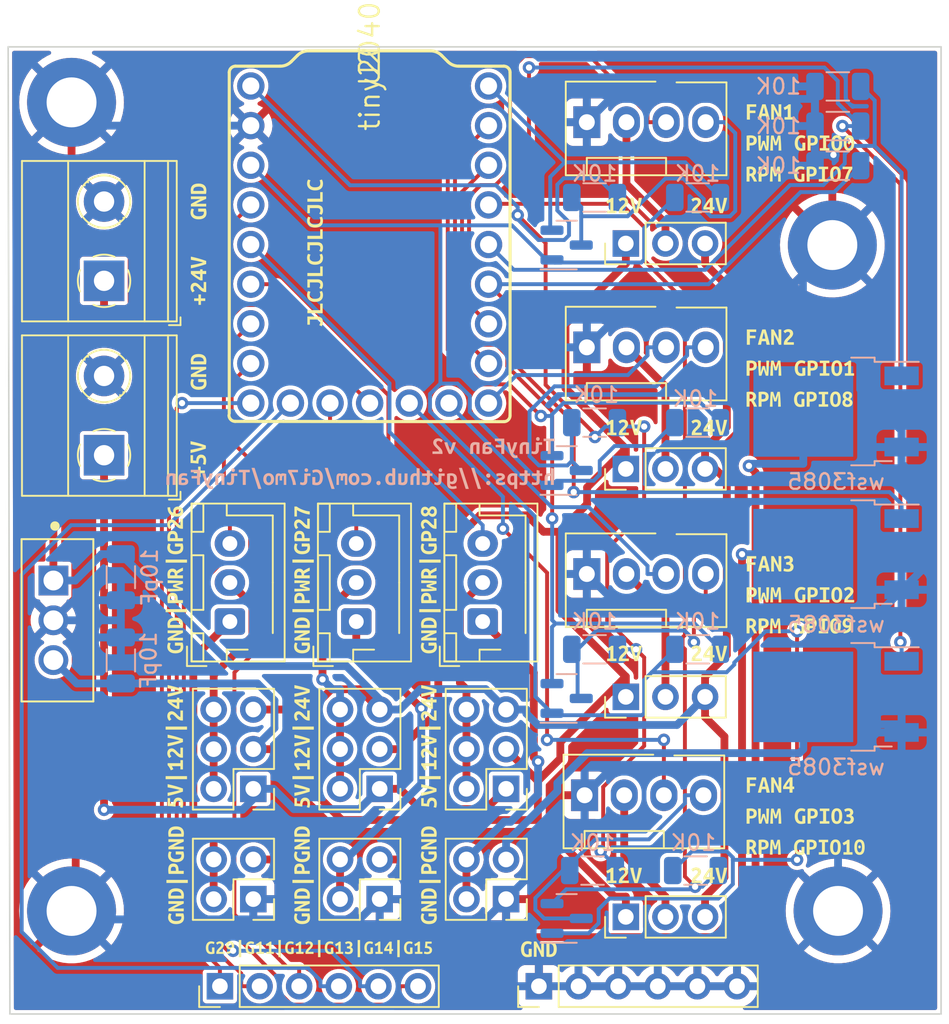
<source format=kicad_pcb>
(kicad_pcb (version 20211014) (generator pcbnew)
  (layers (0 "F.Cu" signal) (31 "B.Cu" signal) (34 "B.Paste" user) (35 "F.Paste" user) (36 "B.SilkS" user "B.Silkscreen") (37 "F.SilkS" user "F.Silkscreen") (38 "B.Mask" user) (39 "F.Mask" user) (44 "Edge.Cuts" user))
  (net 0 "")
  (net 1 "+5V")
  (net 2 "GND")
  (net 3 "+3V3")
  (net 4 "FAN4RPM")
  (net 5 "FAN3RPM")
  (net 6 "FAN2RPM")
  (net 7 "FAN1RPM")
  (net 8 "FAN4PWM")
  (net 9 "FAN3PWM")
  (net 10 "FAN2PWM")
  (net 11 "FAN1PWM")
  (net 12 "+24V")
  (net 13 "+12V")
  (net 14 "FAN1PWR")
  (net 15 "FAN2PWR")
  (net 16 "FAN3PWR")
  (net 17 "FAN4PWR")
  (net 18 "AUX1PWR")
  (net 19 "AUX2PWR")
  (net 20 "AUX3PWR")
  (net 21 "AUX1DATA")
  (net 22 "AUX2DATA")
  (net 23 "AUX3DATA")
  (net 24 "AUX1PWM")
  (net 25 "AUX2PWM")
  (net 26 "AUX3PWM")
  (net 27 "+5VA")
  (net 28 "AUX1GND")
  (net 29 "Net-(FAN1-Pad4)")
  (net 30 "Net-(FAN2-Pad4)")
  (net 31 "Net-(FAN3-Pad4)")
  (net 32 "Net-(FAN4-Pad4)")
  (net 33 "AUX1MPWR")
  (net 34 "AUX2GND")
  (net 35 "AUX3GND")
  (net 36 "AUX2MPWR")
  (net 37 "AUX3MPWR")
  (net 38 "AAUX1")
  (net 39 "AUX4")
  (net 40 "AUX5")
  (net 41 "AUX6")
  (net 42 "AUX7")
  (net 43 "AUX8")
  (footprint "Connector:FanPinHeader_1x04_P2.54mm_Vertical" (layer "F.Cu") (at 50.698 18.801)
    (fp_text reference "FAN1" hide)
    (fp_text value "Conn_01x04" hide)
  )
  (footprint "kibuzzard-62F425B3" (layer "F.Cu") (at 25.807113 34.803 90)
    (fp_text reference "kibuzzard-62F425B31" hide)
    (fp_text value "G***" hide)
  )
  (footprint "Connector:FanPinHeader_1x04_P2.54mm_Vertical" (layer "F.Cu") (at 50.698 33.228)
    (fp_text reference "FAN2" hide)
    (fp_text value "Conn_01x04" hide)
  )
  (footprint "kibuzzard-630F9193" (layer "F.Cu") (at 40.64 48.12665 90)
    (fp_text reference "kibuzzard-630F9193" hide)
    (fp_text value "G***" hide)
  )
  (footprint "kibuzzard-630F922D" (layer "F.Cu") (at 33.528 71.755)
    (fp_text reference "kibuzzard-630F922D" hide)
    (fp_text value "G***" hide)
  )
  (footprint "Connector_PinHeader_2.54mm:PinHeader_2x02_P2.54mm_Vertical" (layer "F.Cu") (at 45.522 68.585 180)
    (fp_text reference "J3" hide)
    (fp_text value "Conn_02x02_Odd_Even" hide)
  )
  (footprint "MountingHole:MountingHole_3.2mm_M3_ISO7380_Pad" (layer "F.Cu") (at 17.668 69.342)
    (fp_text reference "REF2" hide)
    (fp_text value "MountingHole_3.2mm_M3_ISO7380_Pad" hide)
  )
  (footprint "kibuzzard-62F42661" (layer "F.Cu") (at 24.384 58.801 90)
    (fp_text reference "kibuzzard-62F42661" hide)
    (fp_text value "G***" hide)
  )
  (footprint "kibuzzard-62F42888" (layer "F.Cu") (at 58.547 67.056)
    (fp_text reference "kibuzzard-62F4288845" hide)
    (fp_text value "G***" hide)
  )
  (footprint "kibuzzard-62F894CE" (layer "F.Cu") (at 32.512 67.056 90)
    (fp_text reference "kibuzzard-62F894CE" hide)
    (fp_text value "G***" hide)
  )
  (footprint "MountingHole:MountingHole_3.2mm_M3_ISO7380_Pad" (layer "F.Cu") (at 17.668 17.531)
    (fp_text reference "REF1" hide)
    (fp_text value "MountingHole_3.2mm_M3_ISO7380_Pad" hide)
  )
  (footprint "Connector_PinHeader_2.54mm:PinHeader_2x02_P2.54mm_Vertical" (layer "F.Cu") (at 37.4195 68.585 180)
    (fp_text reference "J2" hide)
    (fp_text value "Conn_02x02_Odd_Even" hide)
  )
  (footprint "kibuzzard-62F4AAD2" (layer "F.Cu") (at 33.274 27.178 90)
    (fp_text reference "kibuzzard-62F4AAD2" hide)
    (fp_text value "G***" hide)
  )
  (footprint "MountingHole:MountingHole_3.2mm_M3_ISO7380_Pad" (layer "F.Cu") (at 66.802 69.342)
    (fp_text reference "REF4" hide)
    (fp_text value "MountingHole_3.2mm_M3_ISO7380_Pad" hide)
  )
  (footprint "kibuzzard-62F4287A" (layer "F.Cu") (at 53.086 38.354)
    (fp_text reference "kibuzzard-62F4287AA" hide)
    (fp_text value "G***" hide)
  )
  (footprint "kibuzzard-630F9189" (layer "F.Cu") (at 32.512 48.133 90)
    (fp_text reference "kibuzzard-630F9189" hide)
    (fp_text value "G***" hide)
  )
  (footprint "kibuzzard-62F4287A" (layer "F.Cu") (at 53.086 24.13)
    (fp_text reference "kibuzzard-62F4287A" hide)
    (fp_text value "G***" hide)
  )
  (footprint "kibuzzard-630F90A1" (layer "F.Cu") (at 64.723465 63.269276)
    (fp_text reference "kibuzzard-630F90A1" hide)
    (fp_text value "G***" hide)
  )
  (footprint "kibuzzard-62F42661" (layer "F.Cu") (at 32.512 58.801 90)
    (fp_text reference "kibuzzard-62F426612" hide)
    (fp_text value "G***" hide)
  )
  (footprint "kibuzzard-630F9163" (layer "F.Cu") (at 24.384 48.133 90)
    (fp_text reference "kibuzzard-630F9163" hide)
    (fp_text value "G***" hide)
  )
  (footprint "kibuzzard-63104730" (layer "F.Cu") (at 47.625 71.790877)
    (fp_text reference "kibuzzard-63104730" hide)
    (fp_text value "G***" hide)
  )
  (footprint "Connector_JST:JST_XH_B3B-XH-AM_1x03_P2.50mm_Vertical" (layer "F.Cu") (at 27.817 50.8 90)
    (fp_text reference "AUX1" hide)
    (fp_text value "Conn_01x03" hide)
  )
  (footprint "Connector_PinHeader_2.54mm:PinHeader_1x03_P2.54mm_Vertical" (layer "F.Cu") (at 53.198 55.626 90)
    (fp_text reference "FAN3PWR1" hide)
    (fp_text value "Conn_01x03" hide)
  )
  (footprint "MountingHole:MountingHole_3.2mm_M3_ISO7380_Pad" (layer "F.Cu") (at 66.436 26.675)
    (fp_text reference "REF3" hide)
    (fp_text value "MountingHole_3.2mm_M3_ISO7380_Pad" hide)
  )
  (footprint "Connector:FanPinHeader_1x04_P2.54mm_Vertical" (layer "F.Cu") (at 50.698 47.752)
    (fp_text reference "FAN3" hide)
    (fp_text value "Conn_01x04" hide)
  )
  (footprint "Connector_PinHeader_2.54mm:PinHeader_2x02_P2.54mm_Vertical" (layer "F.Cu") (at 29.317 68.585 180)
    (fp_text reference "J1" hide)
    (fp_text value "Conn_02x02_Odd_Even" hide)
  )
  (footprint "Connector_JST:JST_XH_B3B-XH-AM_1x03_P2.50mm_Vertical" (layer "F.Cu") (at 44.022 50.8 90)
    (fp_text reference "AUX3" hide)
    (fp_text value "Conn_01x03" hide)
  )
  (footprint "kibuzzard-62F894DE" (layer "F.Cu") (at 40.64 67.056 90)
    (fp_text reference "kibuzzard-62F894DE" hide)
    (fp_text value "G***" hide)
  )
  (footprint "L7812CV:TO-220-3" (layer "F.Cu") (at 16.764 50.7195 -90)
    (fp_text reference "U1" hide)
    (fp_text value "L7812")
  )
  (footprint "kibuzzard-62F894BF" (layer "F.Cu") (at 24.434999 67.056 90)
    (fp_text reference "kibuzzard-62F894BF" hide)
    (fp_text value "G***" hide)
  )
  (footprint "Connector_PinHeader_2.54mm:PinHeader_2x03_P2.54mm_Vertical" (layer "F.Cu") (at 37.4195 61.5175 180)
    (fp_text reference "AUX2PWR1" hide)
    (fp_text value "Conn_02x03_Odd_Even" hide)
  )
  (footprint "Connector_PinHeader_2.54mm:PinHeader_2x03_P2.54mm_Vertical" (layer "F.Cu") (at 29.317 61.5175 180)
    (fp_text reference "AUX1PWR1" hide)
    (fp_text value "Conn_02x03_Odd_Even" hide)
  )
  (footprint "kibuzzard-62F4287A" (layer "F.Cu") (at 53.086 67.056)
    (fp_text reference "kibuzzard-62F4287AC" hide)
    (fp_text value "G***" hide)
  )
  (footprint "Connector_JST:JST_XH_B3B-XH-AM_1x03_P2.50mm_Vertical" (layer "F.Cu") (at 35.9195 50.8 90)
    (fp_text reference "AUX2" hide)
    (fp_text value "Conn_01x03" hide)
  )
  (footprint "TerminalBlock_Phoenix:TerminalBlock_Phoenix_MKDS-1,5-2-5.08_1x02_P5.08mm_Horizontal" (layer "F.Cu") (at 19.751 40.142 90)
    (fp_text reference "5VIN1" hide)
    (fp_text value "Conn_01x02" hide)
  )
  (footprint "Connector_PinHeader_2.54mm:PinHeader_1x06_P2.54mm_Vertical" (layer "F.Cu") (at 27.178 74.168 90)
    (fp_text reference "J4" hide)
    (fp_text value "Conn_01x06_Male" hide)
  )
  (footprint "_my_own:rp2040_zero" (layer "F.Cu") (at 27.778 24.1304)
    (fp_text reference "U2")
    (fp_text value "tiny2040")
  )
  (footprint "kibuzzard-62F42888" (layer "F.Cu") (at 58.547 52.832)
    (fp_text reference "kibuzzard-62F428881" hide)
    (fp_text value "G***" hide)
  )
  (footprint "kibuzzard-630F9081" (layer "F.Cu") (at 64.384308 34.556163)
    (fp_text reference "kibuzzard-630F9081" hide)
    (fp_text value "G***" hide)
  )
  (footprint "Connector_PinHeader_2.54mm:PinHeader_2x03_P2.54mm_Vertical" (layer "F.Cu") (at 45.522 61.5175 180)
    (fp_text reference "AUX3PWR1" hide)
    (fp_text value "Conn_02x03_Odd_Even" hide)
  )
  (footprint "Connector_PinHeader_2.54mm:PinHeader_1x03_P2.54mm_Vertical" (layer "F.Cu") (at 53.198 41.021 90)
    (fp_text reference "FAN2PWR1" hide)
    (fp_text value "Conn_01x03" hide)
  )
  (footprint "kibuzzard-630F9093" (layer "F.Cu") (at 64.386654 49.080163)
    (fp_text reference "kibuzzard-630F9093" hide)
    (fp_text value "G***" hide)
  )
  (footprint "kibuzzard-62F425BF" (layer "F.Cu") (at 25.807113 23.881 90)
    (fp_text reference "kibuzzard-62F425BF" hide)
    (fp_text value "G***" hide)
  )
  (footprint "Connector:FanPinHeader_1x04_P2.54mm_Vertical" (layer "F.Cu") (at 50.556 61.93)
    (fp_text reference "FAN4" hide)
    (fp_text value "Conn_01x04" hide)
  )
  (footprint "kibuzzard-62F42661" (layer "F.Cu") (at 40.64 58.801 90)
    (fp_text reference "kibuzzard-62F426613" hide)
    (fp_text value "G***" hide)
  )
  (footprint "kibuzzard-62F42888" (layer "F.Cu") (at 58.547 38.354)
    (fp_text reference "kibuzzard-62F428884" hide)
    (fp_text value "G***" hide)
  )
  (footprint "TerminalBlock_Phoenix:TerminalBlock_Phoenix_MKDS-1,5-2-5.08_1x02_P5.08mm_Horizontal" (layer "F.Cu") (at 19.751 28.966 90)
    (fp_text reference "24VIN1" hide)
    (fp_text value "Conn_01x02" hide)
  )
  (footprint "kibuzzard-62F42591" (layer "F.Cu") (at 25.796794 28.961 90)
    (fp_text reference "kibuzzard-62F42591" hide)
    (fp_text value "G***" hide)
  )
  (footprint "Connector_PinHeader_2.54mm:PinHeader_1x06_P2.54mm_Vertical" (layer "F.Cu") (at 47.625 74.168 90)
    (fp_text reference "J5" hide)
    (fp_text value "Conn_01x06_Male" hide)
  )
  (footprint "Connector_PinHeader_2.54mm:PinHeader_1x03_P2.54mm_Vertical" (layer "F.Cu") (at 53.198 26.575 90)
    (fp_text reference "FAN1PWR1" hide)
    (fp_text value "Conn_01x03" hide)
  )
  (footprint "kibuzzard-630F902C" (layer "F.Cu") (at 64.389 20.140276)
    (fp_text reference "kibuzzard-630F902C" hide)
    (fp_text value "G***" hide)
  )
  (footprint "kibuzzard-62F425A2" (layer "F.Cu") (at 25.796 40.391 90)
    (fp_text reference "kibuzzard-62F425A2" hide)
    (fp_text value "G***" hide)
  )
  (footprint "kibuzzard-62F4287A" (layer "F.Cu") (at 53.086 52.832)
    (fp_text reference "kibuzzard-62F4287AB" hide)
    (fp_text value "G***" hide)
  )
  (footprint "kibuzzard-62F42888" (layer "F.Cu") (at 58.547 24.13)
    (fp_text reference "kibuzzard-62F42888" hide)
    (fp_text value "G***" hide)
  )
  (footprint "Connector_PinHeader_2.54mm:PinHeader_1x03_P2.54mm_Vertical" (layer "F.Cu") (at 53.198 69.723 90)
    (fp_text reference "FAN4PWR1" hide)
    (fp_text value "Conn_01x03" hide)
  )
  (footprint "Resistor_SMD:R_1206_3216Metric" (layer "B.Cu") (at 51.064 66.756 180)
    (fp_text reference "R8" hide)
    (fp_text value "10K")
  )
  (footprint "Resistor_SMD:R_1206_3216Metric" (layer "B.Cu") (at 66.7864 19.05 180)
    (fp_text reference "R17" hide)
    (fp_text value "10K")
  )
  (footprint "Package_TO_SOT_SMD:TO-252-2" (layer "B.Cu") (at 66.675 37.338 180)
    (fp_text reference "Q8" hide)
    (fp_text value "wsf3085")
  )
  (footprint "Package_TO_SOT_SMD:SOT-23" (layer "B.Cu") (at 49.403 55.726)
    (fp_text reference "Q3" hide)
    (fp_text value "BSS138" hide)
  )
  (footprint "Package_TO_SOT_SMD:TO-252-2" (layer "B.Cu") (at 66.675 55.626 180)
    (fp_text reference "Q10" hide)
    (fp_text value "wsf3085")
  )
  (footprint "Package_TO_SOT_SMD:TO-252-2" (layer "B.Cu") (at 66.675 46.482 180)
    (fp_text reference "Q9" hide)
    (fp_text value "wsf3085")
  )
  (footprint "Resistor_SMD:R_1206_3216Metric" (layer "B.Cu") (at 57.668 66.756 180)
    (fp_text reference "R5" hide)
    (fp_text value "10K")
  )
  (footprint "Resistor_SMD:R_1206_3216Metric" (layer "B.Cu") (at 57.8 38.054 180)
    (fp_text reference "R1" hide)
    (fp_text value "10K")
  )
  (footprint "Package_TO_SOT_SMD:SOT-23" (layer "B.Cu") (at 49.403 69.823)
    (fp_text reference "Q4" hide)
    (fp_text value "BSS138" hide)
  )
  (footprint "Resistor_SMD:R_1206_3216Metric" (layer "B.Cu") (at 51.196 52.578 180)
    (fp_text reference "R7" hide)
    (fp_text value "10K")
  )
  (footprint "Package_TO_SOT_SMD:SOT-23" (layer "B.Cu") (at 49.403 26.675)
    (fp_text reference "Q1" hide)
    (fp_text value "BSS138" hide)
  )
  (footprint "Resistor_SMD:R_1206_3216Metric" (layer "B.Cu") (at 57.8 52.578 180)
    (fp_text reference "R4" hide)
    (fp_text value "10K")
  )
  (footprint "Resistor_SMD:R_1206_3216Metric" (layer "B.Cu") (at 66.7864 21.59 180)
    (fp_text reference "R16" hide)
    (fp_text value "10K")
  )
  (footprint "Capacitor_SMD:C_1206_3216Metric" (layer "B.Cu") (at 20.828 47.957 -90)
    (fp_text reference "C1" hide)
    (fp_text value "10pF")
  )
  (footprint "Resistor_SMD:R_1206_3216Metric" (layer "B.Cu") (at 57.8 23.627 180)
    (fp_text reference "R2" hide)
    (fp_text value "10K")
  )
  (footprint "Resistor_SMD:R_1206_3216Metric" (layer "B.Cu") (at 66.7864 16.51 180)
    (fp_text reference "R15" hide)
    (fp_text value "10K")
  )
  (footprint "kibuzzard-631047F8" (layer "B.Cu") (at 36.195 40.64 180)
    (fp_text reference "kibuzzard-631047F8" hide)
    (fp_text value "G***" hide)
  )
  (footprint "Capacitor_SMD:C_1206_3216Metric" (layer "B.Cu") (at 20.828 53.291 90)
    (fp_text reference "C2" hide)
    (fp_text value "10pF")
  )
  (footprint "Resistor_SMD:R_1206_3216Metric" (layer "B.Cu") (at 51.196 38.054 180)
    (fp_text reference "R6" hide)
    (fp_text value "10K")
  )
  (footprint "Resistor_SMD:R_1206_3216Metric" (layer "B.Cu") (at 51.196 23.627 180)
    (fp_text reference "R3" hide)
    (fp_text value "10K")
  )
  (footprint "Package_TO_SOT_SMD:SOT-23" (layer "B.Cu") (at 49.403 41.121)
    (fp_text reference "Q2" hide)
    (fp_text value "BSS138" hide)
  )
  (gr_line (start 13.716 75.946) (end 13.604 13.975) (layer "Edge.Cuts") (width 0.1))
  (gr_line (start 73.406 13.975) (end 13.604 13.975) (layer "Edge.Cuts") (width 0.1))
  (gr_line (start 13.716 75.946) (end 73.406 75.946) (layer "Edge.Cuts") (width 0.1))
  (gr_line (start 73.406 75.946) (end 73.406 13.975) (layer "Edge.Cuts") (width 0.1))
  (segment (start 37.4195 61.5175) (end 38.7198 61.5175) (width 0.5) (layer "F.Cu") (net 1))
  (segment (start 45.522 61.5175) (end 44.2217 62.8178) (width 0.5) (layer "F.Cu") (net 1))
  (segment (start 19.751 40.142) (end 19.751 62.8615) (width 0.5) (layer "F.Cu") (net 1))
  (segment (start 44.2217 62.8178) (end 40.0201 62.8178) (width 0.5) (layer "F.Cu") (net 1))
  (segment (start 40.0201 62.8178) (end 38.7198 61.5175) (width 0.5) (layer "F.Cu") (net 1))
  (via (at 19.751 62.8615) (size 0.8) (drill 0.4) (layers "F.Cu" "B.Cu") (net 1))
  (segment (start 30.6173 61.5175) (end 31.9177 62.8179) (width 0.5) (layer "B.Cu") (net 1))
  (segment (start 36.1191 62.8179) (end 37.4195 61.5175) (width 0.5) (layer "B.Cu") (net 1))
  (segment (start 29.9672 61.5175) (end 28.6232 62.8615) (width 0.5) (layer "B.Cu") (net 1))
  (segment (start 31.9177 62.8179) (end 36.1191 62.8179) (width 0.5) (layer "B.Cu") (net 1))
  (segment (start 29.317 61.5175) (end 29.9672 61.5175) (width 0.5) (layer "B.Cu") (net 1))
  (segment (start 29.9672 61.5175) (end 30.6173 61.5175) (width 0.5) (layer "B.Cu") (net 1))
  (segment (start 28.6232 62.8615) (end 19.751 62.8615) (width 0.5) (layer "B.Cu") (net 1))
  (segment (start 17.9094 49.3141) (end 17.9094 36.9036) (width 0.5) (layer "F.Cu") (net 2))
  (segment (start 19.751 23.886) (end 17.668 21.803) (width 0.5) (layer "F.Cu") (net 2))
  (segment (start 17.668 69.342) (end 17.9329 69.0771) (width 0.5) (layer "F.Cu") (net 2))
  (segment (start 66.436 20.9651) (end 66.5065 20.8946) (width 0.5) (layer "F.Cu") (net 2))
  (segment (start 16.504 50.7195) (end 17.9094 49.3141) (width 0.5) (layer "F.Cu") (net 2))
  (segment (start 66.436 26.675) (end 66.436 20.9651) (width 0.5) (layer "F.Cu") (net 2))
  (segment (start 17.9329 69.0771) (end 17.9329 52.1484) (width 0.5) (layer "F.Cu") (net 2))
  (segment (start 17.668 21.803) (end 17.668 17.531) (width 0.5) (layer "F.Cu") (net 2))
  (segment (start 17.9094 36.9036) (end 19.751 35.062) (width 0.5) (layer "F.Cu") (net 2))
  (segment (start 19.751 35.062) (end 21.5198 33.2932) (width 0.5) (layer "F.Cu") (net 2))
  (segment (start 21.5198 25.6548) (end 19.751 23.886) (width 0.5) (layer "F.Cu") (net 2))
  (segment (start 21.5198 33.2932) (end 21.5198 25.6548) (width 0.5) (layer "F.Cu") (net 2))
  (segment (start 17.9329 52.1484) (end 16.504 50.7195) (width 0.5) (layer "F.Cu") (net 2))
  (via (at 66.5065 20.8946) (size 0.8) (drill 0.4) (layers "F.Cu" "B.Cu") (net 2))
  (segment (start 68.9566 50.0318) (end 52.9778 50.0318) (width 0.5) (layer "B.Cu") (net 2))
  (segment (start 68.2254 35.9181) (end 70.875 38.5677) (width 0.5) (layer "B.Cu") (net 2))
  (segment (start 72.4254 42.2187) (end 70.875 40.6683) (width 0.5) (layer "B.Cu") (net 2))
  (segment (start 50.556 61.93) (end 50.556 63.551) (width 0.5) (layer "B.Cu") (net 2))
  (segment (start 65.3239 17.3108) (end 52.1882 17.3108) (width 0.5) (layer "B.Cu") (net 2))
  (segment (start 64.5501 30.5228) (end 68.2254 34.1981) (width 0.5) (layer "B.Cu") (net 2))
  (segment (start 18.2114 69.8854) (end 29.317 69.8854) (width 0.5) (layer "B.Cu") (net 2))
  (segment (start 52.0705 60.4155) (end 50.556 61.93) (width 0.5) (layer "B.Cu") (net 2))
  (segment (start 50.698 33.228) (end 53.4032 30.5228) (width 0.5) (layer "B.Cu") (net 2))
  (segment (start 40.0201 69.8853) (end 38.7198 68.585) (width 0.5) (layer "B.Cu") (net 2))
  (segment (start 52.9778 50.0318) (end 50.698 47.752) (width 0.5) (layer "B.Cu") (net 2))
  (segment (start 64.5501 30.5228) (end 64.5501 28.5609) (width 0.5) (layer "B.Cu") (net 2))
  (segment (start 65.3239 17.3108) (end 65.3239 19.05) (width 0.5) (layer "B.Cu") (net 2))
  (segment (start 52.1882 17.3108) (end 50.698 18.801) (width 0.5) (layer "B.Cu") (net 2))
  (segment (start 65.3239 21.59) (end 65.3239 20.8946) (width 0.5) (layer "B.Cu") (net 2))
  (segment (start 19.1598 19.0228) (end 29.158 19.0228) (width 0.5) (layer "B.Cu") (net 2))
  (segment (start 66.802 60.4155) (end 52.0705 60.4155) (width 0.5) (layer "B.Cu") (net 2))
  (segment (start 44.2217 69.8853) (end 40.0201 69.8853) (width 0.5) (layer "B.Cu") (net 2))
  (segment (start 29.317 69.8854) (end 29.317 68.585) (width 0.5) (layer "B.Cu") (net 2))
  (segment (start 65.3239 16.51) (end 65.3239 17.3108) (width 0.5) (layer "B.Cu") (net 2))
  (segment (start 65.3239 20.8946) (end 65.3239 19.05) (width 0.5) (layer "B.Cu") (net 2))
  (segment (start 36.1191 69.8854) (end 37.4195 68.585) (width 0.5) (layer "B.Cu") (net 2))
  (segment (start 50.556 63.551) (end 45.522 68.585) (width 0.5) (layer "B.Cu") (net 2))
  (segment (start 66.802 69.342) (end 66.802 60.4155) (width 0.5) (layer "B.Cu") (net 2))
  (segment (start 66.802 60.4155) (end 69.3 57.9175) (width 0.5) (layer "B.Cu") (net 2))
  (segment (start 70.875 39.618) (end 70.875 38.5677) (width 0.5) (layer "B.Cu") (net 2))
  (segment (start 70.875 39.618) (end 70.875 40.6683) (width 0.5) (layer "B.Cu") (net 2))
  (segment (start 66.5065 20.8946) (end 65.3239 20.8946) (width 0.5) (layer "B.Cu") (net 2))
  (segment (start 20.828 50.7195) (end 16.504 50.7195) (width 0.5) (layer "B.Cu") (net 2))
  (segment (start 69.3 50.3752) (end 68.9566 50.0318) (width 0.5) (layer "B.Cu") (net 2))
  (segment (start 37.4195 68.585) (end 38.7198 68.585) (width 0.5) (layer "B.Cu") (net 2))
  (segment (start 20.828 51.816) (end 20.828 50.7195) (width 0.5) (layer "B.Cu") (net 2))
  (segment (start 70.875 57.906) (end 70.875 57.3808) (width 0.5) (layer "B.Cu") (net 2))
  (segment (start 69.3 57.3808) (end 69.3 50.3752) (width 0.5) (layer "B.Cu") (net 2))
  (segment (start 17.668 69.342) (end 18.2114 69.8854) (width 0.5) (layer "B.Cu") (net 2))
  (segment (start 69.3 57.9175) (end 69.3 57.3808) (width 0.5) (layer "B.Cu") (net 2))
  (segment (start 70.875 48.762) (end 70.875 48.8002) (width 0.5) (layer "B.Cu") (net 2))
  (segment (start 64.5501 28.5609) (end 66.436 26.675) (width 0.5) (layer "B.Cu") (net 2))
  (segment (start 45.522 68.585) (end 44.2217 69.8853) (width 0.5) (layer "B.Cu") (net 2))
  (segment (start 20.828 50.7195) (end 20.828 49.432) (width 0.5) (layer "B.Cu") (net 2))
  (segment (start 68.2254 34.1981) (end 68.2254 35.9181) (width 0.5) (layer "B.Cu") (net 2))
  (segment (start 29.317 69.8854) (end 36.1191 69.8854) (width 0.5) (layer "B.Cu") (net 2))
  (segment (start 70.875 48.8002) (end 72.4254 47.2498) (width 0.5) (layer "B.Cu") (net 2))
  (segment (start 69.3 50.3752) (end 70.875 48.8002) (width 0.5) (layer "B.Cu") (net 2))
  (segment (start 69.3 57.3808) (end 70.875 57.3808) (width 0.5) (layer "B.Cu") (net 2))
  (segment (start 53.4032 30.5228) (end 64.5501 30.5228) (width 0.5) (layer "B.Cu") (net 2))
  (segment (start 72.4254 47.2498) (end 72.4254 42.2187) (width 0.5) (layer "B.Cu") (net 2))
  (segment (start 17.668 17.531) (end 19.1598 19.0228) (width 0.5) (layer "B.Cu") (net 2))
  (segment (start 64.1735 51.4223) (end 64.1735 66.0665) (width 0.25) (layer "F.Cu") (net 3))
  (via (at 64.1735 66.0665) (size 0.8) (drill 0.4) (layers "F.Cu" "B.Cu") (net 3))
  (via (at 64.1735 51.4223) (size 0.8) (drill 0.4) (layers "F.Cu" "B.Cu") (net 3))
  (segment (start 48.4655 42.071) (end 47.9036 42.071) (width 0.25) (layer "B.Cu") (net 3))
  (segment (start 51.5243 41.3854) (end 51.1318 41.7779) (width 0.25) (layer "B.Cu") (net 3))
  (segment (start 43.1963 36.3444) (end 42.4036 35.5517) (width 0.25) (layer "B.Cu") (net 3))
  (segment (start 51.4569 70.125) (end 51.4569 69.2286) (width 0.25) (layer "B.Cu") (net 3))
  (segment (start 41.3118 35.5517) (end 40.6436 36.2199) (width 0.25) (layer "B.Cu") (net 3))
  (segment (start 47.3977 44.0879) (end 47.3977 55.6082) (width 0.25) (layer "B.Cu") (net 3))
  (segment (start 59.6738 65.5329) (end 57.4286 65.5329) (width 0.25) (layer "B.Cu") (net 3))
  (segment (start 41.3118 35.5517) (end 41.3118 25.4125) (width 0.25) (layer "B.Cu") (net 3))
  (segment (start 48.1068 27.625) (end 48.4655 27.625) (width 0.25) (layer "B.Cu") (net 3))
  (segment (start 59.6574 54.0481) (end 60.1514 53.5541) (width 0.25) (layer "B.Cu") (net 3))
  (segment (start 60.0575 66.0665) (end 64.1735 66.0665) (width 0.25) (layer "B.Cu") (net 3))
  (segment (start 56.3375 38.054) (end 54.841 39.5505) (width 0.25) (layer "B.Cu") (net 3))
  (segment (start 62.1556 51.4223) (end 64.1735 51.4223) (width 0.25) (layer "B.Cu") (net 3))
  (segment (start 60.0575 65.9166) (end 59.6738 65.5329) (width 0.25) (layer "B.Cu") (net 3))
  (segment (start 54.8674 54.0481) (end 56.3375 52.578) (width 0.25) (layer "B.Cu") (net 3))
  (segment (start 59.1327 68.5476) (end 60.0575 67.6228) (width 0.25) (layer "B.Cu") (net 3))
  (segment (start 51.4569 69.2286) (end 52.1379 68.5476) (width 0.25) (layer "B.Cu") (net 3))
  (segment (start 54.3734 27.6065) (end 54.3734 25.5911) (width 0.25) (layer "B.Cu") (net 3))
  (segment (start 51.1318 41.7779) (end 48.7586 41.7779) (width 0.25) (layer "B.Cu") (net 3))
  (segment (start 48.7586 41.7779) (end 48.4655 42.071) (width 0.25) (layer "B.Cu") (net 3))
  (segment (start 40.6436 36.2199) (end 40.6436 37.3338) (width 0.25) (layer "B.Cu") (net 3))
  (segment (start 54.3734 54.5421) (end 54.8674 54.0481) (width 0.25) (layer "B.Cu") (net 3))
  (segment (start 40.6436 37.3338) (end 47.3977 44.0879) (width 0.25) (layer "B.Cu") (net 3))
  (segment (start 57.4286 65.5329) (end 56.2055 66.756) (width 0.25) (layer "B.Cu") (net 3))
  (segment (start 41.3118 25.4125) (end 45.8943 25.4125) (width 0.25) (layer "B.Cu") (net 3))
  (segment (start 54.1871 27.7928) (end 54.3734 27.6065) (width 0.25) (layer "B.Cu") (net 3))
  (segment (start 60.0575 66.0665) (end 60.0575 65.9166) (width 0.25) (layer "B.Cu") (net 3))
  (segment (start 48.4655 70.773) (end 50.8089 70.773) (width 0.25) (layer "B.Cu") (net 3))
  (segment (start 54.8674 54.0481) (end 59.6574 54.0481) (width 0.25) (layer "B.Cu") (net 3))
  (segment (start 45.8943 25.4125) (end 48.1068 27.625) (width 0.25) (layer "B.Cu") (net 3))
  (segment (start 48.6333 27.7928) (end 54.1871 27.7928) (width 0.25) (layer "B.Cu") (net 3))
  (segment (start 51.5243 40.5037) (end 51.5243 41.3854) (width 0.25) (layer "B.Cu") (net 3))
  (segment (start 54.2406 56.8014) (end 54.3734 56.6686) (width 0.25) (layer "B.Cu") (net 3))
  (segment (start 47.9036 42.071) (end 43.1963 37.3637) (width 0.25) (layer "B.Cu") (net 3))
  (segment (start 54.841 39.5505) (end 52.4775 39.5505) (width 0.25) (layer "B.Cu") (net 3))
  (segment (start 50.8089 70.773) (end 51.4569 70.125) (width 0.25) (layer "B.Cu") (net 3))
  (segment (start 42.4036 35.5517) (end 41.3118 35.5517) (width 0.25) (layer "B.Cu") (net 3))
  (segment (start 54.3734 56.6686) (end 54.3734 54.5421) (width 0.25) (layer "B.Cu") (net 3))
  (segment (start 60.0575 67.6228) (end 60.0575 66.0665) (width 0.25) (layer "B.Cu") (net 3))
  (segment (start 60.1514 53.5541) (end 60.1514 53.4265) (width 0.25) (layer "B.Cu") (net 3))
  (segment (start 48.4655 27.625) (end 48.6333 27.7928) (width 0.25) (layer "B.Cu") (net 3))
  (segment (start 33.0077 25.4125) (end 41.3118 25.4125) (width 0.25) (layer "B.Cu") (net 3))
  (segment (start 48.5909 56.8014) (end 54.2406 56.8014) (width 0.25) (layer "B.Cu") (net 3))
  (segment (start 47.3977 55.6082) (end 48.4655 56.676) (width 0.25) (layer "B.Cu") (net 3))
  (segment (start 60.1514 53.4265) (end 62.1556 51.4223) (width 0.25) (layer "B.Cu") (net 3))
  (segment (start 29.158 21.5628) (end 33.0077 25.4125) (width 0.25) (layer "B.Cu") (net 3))
  (segment (start 52.4775 39.5505) (end 51.5243 40.5037) (width 0.25) (layer "B.Cu") (net 3))
  (segment (start 43.1963 37.3637) (end 43.1963 36.3444) (width 0.25) (layer "B.Cu") (net 3))
  (segment (start 52.1379 68.5476) (end 59.1327 68.5476) (width 0.25) (layer "B.Cu") (net 3))
  (segment (start 54.3734 25.5911) (end 56.3375 23.627) (width 0.25) (layer "B.Cu") (net 3))
  (segment (start 48.4655 56.676) (end 48.5909 56.8014) (width 0.25) (layer "B.Cu") (net 3))
  (segment (start 45.3202 44.8457) (end 48.1497 47.6752) (width 0.25) (layer "F.Cu") (net 4))
  (segment (start 48.1497 47.6752) (end 48.1497 58.38) (width 0.25) (layer "F.Cu") (net 4))
  (segment (start 55.636 61.93) (end 55.636 58.38) (width 0.25) (layer "F.Cu") (net 4))
  (via (at 45.3202 44.8457) (size 0.8) (drill 0.4) (layers "F.Cu" "B.Cu") (net 4))
  (via (at 55.636 58.38) (size 0.8) (drill 0.4) (layers "F.Cu" "B.Cu") (net 4))
  (via (at 48.1497 58.38) (size 0.8) (drill 0.4) (layers "F.Cu" "B.Cu") (net 4))
  (segment (start 45.3202 42.805) (end 45.3202 44.8457) (width 0.25) (layer "B.Cu") (net 4))
  (segment (start 48.1497 58.38) (end 55.636 58.38) (width 0.25) (layer "B.Cu") (net 4))
  (segment (start 39.318 36.8028) (end 45.3202 42.805) (width 0.25) (layer "B.Cu") (net 4))
  (segment (start 55.778 47.752) (end 54.5877 47.752) (width 0.25) (layer "B.Cu") (net 5))
  (segment (start 54.5877 47.752) (end 54.5877 47.2312) (width 0.25) (layer "B.Cu") (net 5))
  (segment (start 50.827 43.4705) (end 48.4462 43.4705) (width 0.25) (layer "B.Cu") (net 5))
  (segment (start 41.858 36.8823) (end 41.858 36.8028) (width 0.25) (layer "B.Cu") (net 5))
  (segment (start 54.5877 47.2312) (end 50.827 43.4705) (width 0.25) (layer "B.Cu") (net 5))
  (segment (start 48.4462 43.4705) (end 41.858 36.8823) (width 0.25) (layer "B.Cu") (net 5))
  (segment (start 54.5877 33.228) (end 54.5877 33.7488) (width 0.25) (layer "B.Cu") (net 6))
  (segment (start 54.5877 33.7488) (end 53.3321 35.0044) (width 0.25) (layer "B.Cu") (net 6))
  (segment (start 53.3321 35.0044) (end 46.1963 35.0044) (width 0.25) (layer "B.Cu") (net 6))
  (segment (start 55.778 33.228) (end 54.5877 33.228) (width 0.25) (layer "B.Cu") (net 6))
  (segment (start 46.1963 35.0044) (end 46.1963 35.0045) (width 0.25) (layer "B.Cu") (net 6))
  (segment (start 46.1963 35.0045) (end 44.398 36.8028) (width 0.25) (layer "B.Cu") (net 6))
  (segment (start 54.5877 18.2802) (end 50.8749 14.5674) (width 0.25) (layer "F.Cu") (net 7))
  (segment (start 42.2472 21.9706) (end 42.2472 32.112) (width 0.25) (layer "F.Cu") (net 7))
  (segment (start 42.2472 32.112) (end 44.398 34.2628) (width 0.25) (layer "F.Cu") (net 7))
  (segment (start 55.778 18.801) (end 54.5877 18.801) (width 0.25) (layer "F.Cu") (net 7))
  (segment (start 44.8848 20.2928) (end 43.925 20.2928) (width 0.25) (layer "F.Cu") (net 7))
  (segment (start 45.7733 15.4787) (end 45.7733 19.4043) (width 0.25) (layer "F.Cu") (net 7))
  (segment (start 45.7733 19.4043) (end 44.8848 20.2928) (width 0.25) (layer "F.Cu") (net 7))
  (segment (start 54.5877 18.801) (end 54.5877 18.2802) (width 0.25) (layer "F.Cu") (net 7))
  (segment (start 50.8749 14.5674) (end 46.6846 14.5674) (width 0.25) (layer "F.Cu") (net 7))
  (segment (start 46.6846 14.5674) (end 45.7733 15.4787) (width 0.25) (layer "F.Cu") (net 7))
  (segment (start 43.925 20.2928) (end 42.2472 21.9706) (width 0.25) (layer "F.Cu") (net 7))
  (segment (start 56.9855 67.1396) (end 56.9855 52.568) (width 0.25) (layer "F.Cu") (net 8))
  (segment (start 56.8346 51.8163) (end 56.9855 51.6654) (width 0.25) (layer "F.Cu") (net 8))
  (segment (start 56.9855 51.6654) (end 56.9855 30.2757) (width 0.25) (layer "F.Cu") (net 8))
  (segment (start 56.9855 52.568) (end 56.8346 52.4171) (width 0.25) (layer "F.Cu") (net 8))
  (segment (start 57.6377 67.7918) (end 56.9855 67.1396) (width 0.25) (layer "F.Cu") (net 8))
  (segment (start 56.9855 30.2757) (end 54.3734 27.6636) (width 0.25) (layer "F.Cu") (net 8))
  (segment (start 54.3734 25.5213) (end 52.8844 24.0323) (width 0.25) (layer "F.Cu") (net 8))
  (segment (start 44.4685 24.0323) (end 44.398 24.1028) (width 0.25) (layer "F.Cu") (net 8))
  (segment (start 56.8346 52.4171) (end 56.8346 51.8163) (width 0.25) (layer "F.Cu") (net 8))
  (segment (start 52.8844 24.0323) (end 44.4685 24.0323) (width 0.25) (layer "F.Cu") (net 8))
  (segment (start 54.3734 27.6636) (end 54.3734 25.5213) (width 0.25) (layer "F.Cu") (net 8))
  (via (at 57.6377 67.7918) (size 0.8) (drill 0.4) (layers "F.Cu" "B.Cu") (net 8))
  (segment (start 59.1305 66.756) (end 58.0947 67.7918) (width 0.25) (layer "B.Cu") (net 8))
  (segment (start 58.0947 67.7918) (end 57.6377 67.7918) (width 0.25) (layer "B.Cu") (net 8))
  (segment (start 57.6377 67.7918) (end 57.4721 67.9574) (width 0.25) (layer "B.Cu") (net 8))
  (segment (start 57.4721 67.9574) (end 49.3811 67.9574) (width 0.25) (layer "B.Cu") (net 8))
  (segment (start 49.3811 67.9574) (end 48.4655 68.873) (width 0.25) (layer "B.Cu") (net 8))
  (segment (start 45.5996 33.7609) (end 45.5996 34.4493) (width 0.25) (layer "F.Cu") (net 9))
  (segment (start 44.398 21.5628) (end 42.6975 23.2633) (width 0.25) (layer "F.Cu") (net 9))
  (segment (start 45.5996 34.4493) (end 48.4765 37.3262) (width 0.25) (layer "F.Cu") (net 9))
  (segment (start 43.973 33.0611) (end 44.8998 33.0611) (width 0.25) (layer "F.Cu") (net 9))
  (segment (start 48.4765 37.3262) (end 48.4765 44.1958) (width 0.25) (layer "F.Cu") (net 9))
  (segment (start 44.8998 33.0611) (end 45.5996 33.7609) (width 0.25) (layer "F.Cu") (net 9))
  (segment (start 42.6975 23.2633) (end 42.6975 31.7856) (width 0.25) (layer "F.Cu") (net 9))
  (segment (start 42.6975 31.7856) (end 43.973 33.0611) (width 0.25) (layer "F.Cu") (net 9))
  (via (at 48.4765 44.1958) (size 0.8) (drill 0.4) (layers "F.Cu" "B.Cu") (net 9))
  (segment (start 48.4765 50.7121) (end 48.4765 44.1958) (width 0.25) (layer "B.Cu") (net 9))
  (segment (start 48.6907 50.9263) (end 57.6108 50.9263) (width 0.25) (layer "B.Cu") (net 9))
  (segment (start 48.4655 51.1515) (end 48.6907 50.9263) (width 0.25) (layer "B.Cu") (net 9))
  (segment (start 48.4655 54.776) (end 48.4655 51.1515) (width 0.25) (layer "B.Cu") (net 9))
  (segment (start 57.6108 50.9263) (end 59.2625 52.578) (width 0.25) (layer "B.Cu") (net 9))
  (segment (start 48.6907 50.9263) (end 48.4765 50.7121) (width 0.25) (layer "B.Cu") (net 9))
  (segment (start 44.0036 35.6011) (end 41.7832 33.3807) (width 0.25) (layer "F.Cu") (net 10))
  (segment (start 41.7832 21.6376) (end 44.398 19.0228) (width 0.25) (layer "F.Cu") (net 10))
  (segment (start 45.7256 35.6011) (end 44.0036 35.6011) (width 0.25) (layer "F.Cu") (net 10))
  (segment (start 47.7512 37.6267) (end 45.7256 35.6011) (width 0.25) (layer "F.Cu") (net 10))
  (segment (start 41.7832 33.3807) (end 41.7832 21.6376) (width 0.25) (layer "F.Cu") (net 10))
  (via (at 47.7512 37.6267) (size 0.8) (drill 0.4) (layers "F.Cu" "B.Cu") (net 10))
  (segment (start 48.4655 37.53) (end 49.2182 36.7773) (width 0.25) (layer "B.Cu") (net 10))
  (segment (start 49.2182 36.7773) (end 57.9858 36.7773) (width 0.25) (layer "B.Cu") (net 10))
  (segment (start 57.9858 36.7773) (end 59.2625 38.054) (width 0.25) (layer "B.Cu") (net 10))
  (segment (start 48.4655 40.171) (end 48.4655 37.6267) (width 0.25) (layer "B.Cu") (net 10))
  (segment (start 48.4655 37.6267) (end 48.4655 37.53) (width 0.25) (layer "B.Cu") (net 10))
  (segment (start 48.4655 37.6267) (end 47.7512 37.6267) (width 0.25) (layer "B.Cu") (net 10))
  (segment (start 57.0068 21.3713) (end 49.2865 21.3713) (width 0.25) (layer "B.Cu") (net 11))
  (segment (start 48.3529 22.3049) (end 48.3529 25.6124) (width 0.25) (layer "B.Cu") (net 11))
  (segment (start 49.2865 21.3713) (end 44.398 16.4828) (width 0.25) (layer "B.Cu") (net 11))
  (segment (start 48.3529 25.6124) (end 48.4655 25.725) (width 0.25) (layer "B.Cu") (net 11))
  (segment (start 49.2865 21.3713) (end 48.3529 22.3049) (width 0.25) (layer "B.Cu") (net 11))
  (segment (start 59.2625 23.627) (end 57.0068 21.3713) (width 0.25) (layer "B.Cu") (net 11))
  (segment (start 59.6708 41.7636) (end 59.6708 52.9329) (width 0.5) (layer "F.Cu") (net 12))
  (segment (start 58.278 27.8753) (end 59.6708 29.2681) (width 0.5) (layer "F.Cu") (net 12))
  (segment (start 58.278 26.575) (end 58.278 27.8753) (width 0.5) (layer "F.Cu") (net 12))
  (segment (start 59.6708 38.3279) (end 58.278 39.7207) (width 0.5) (layer "F.Cu") (net 12))
  (segment (start 29.317 56.4375) (end 30.6173 56.4375) (width 0.5) (layer "F.Cu") (net 12))
  (segment (start 58.278 41.021) (end 58.278 40.3708) (width 0.5) (layer "F.Cu") (net 12))
  (segment (start 59.5185 58.1668) (end 58.278 56.9263) (width 0.5) (layer "F.Cu") (net 12))
  (segment (start 58.278 68.4227) (end 59.5185 67.1822) (width 0.5) (layer "F.Cu") (net 12))
  (segment (start 58.278 69.723) (end 58.278 68.4227) (width 0.5) (layer "F.Cu") (net 12))
  (segment (start 34.3262 55.1371) (end 36.1191 55.1371) (width 0.5) (layer "F.Cu") (net 12))
  (segment (start 59.6708 52.9329) (end 58.278 54.3257) (width 0.5) (layer "F.Cu") (net 12))
  (segment (start 59.5185 67.1822) (end 59.5185 58.1668) (width 0.5) (layer "F.Cu") (net 12))
  (segment (start 58.278 40.3708) (end 59.6708 41.7636) (width 0.5) (layer "F.Cu") (net 12))
  (segment (start 30.6173 56.4375) (end 33.0258 56.4375) (width 0.5) (layer "F.Cu") (net 12))
  (segment (start 33.0258 56.4375) (end 34.3262 55.1371) (width 0.5) (layer "F.Cu") (net 12))
  (segment (start 16.504 33.9633) (end 16.504 48.1695) (width 0.5) (layer "F.Cu") (net 12))
  (segment (start 58.278 55.626) (end 58.278 56.9263) (width 0.5) (layer "F.Cu") (net 12))
  (segment (start 58.278 55.626) (end 58.278 54.3257) (width 0.5) (layer "F.Cu") (net 12))
  (segment (start 59.6708 29.2681) (end 59.6708 38.3279) (width 0.5) (layer "F.Cu") (net 12))
  (segment (start 58.278 40.3708) (end 58.278 39.7207) (width 0.5) (layer "F.Cu") (net 12))
  (segment (start 36.1191 55.1371) (end 37.4195 56.4375) (width 0.5) (layer "F.Cu") (net 12))
  (segment (start 19.751 28.966) (end 19.751 30.7163) (width 0.5) (layer "F.Cu") (net 12))
  (segment (start 19.751 30.7163) (end 16.504 33.9633) (width 0.5) (layer "F.Cu") (net 12))
  (segment (start 44.2123 55.1278) (end 40.0295 55.1278) (width 0.5) (layer "B.Cu") (net 12))
  (segment (start 45.522 56.4375) (end 46.8223 56.4375) (width 0.5) (layer "B.Cu") (net 12))
  (segment (start 56.4771 57.4269) (end 47.5572 57.4269) (width 0.5) (layer "B.Cu") (net 12))
  (segment (start 16.504 48.1695) (end 17.9093 48.1695) (width 0.5) (layer "B.Cu") (net 12))
  (segment (start 20.828 46.482) (end 19.5968 46.482) (width 0.5) (layer "B.Cu") (net 12))
  (segment (start 37.4195 56.4375) (end 38.0697 56.4375) (width 0.5) (layer "B.Cu") (net 12))
  (segment (start 38.0697 56.4375) (end 38.7198 56.4375) (width 0.5) (layer "B.Cu") (net 12))
  (segment (start 19.5968 46.482) (end 17.9093 48.1695) (width 0.5) (layer "B.Cu") (net 12))
  (segment (start 45.522 56.4375) (end 44.2123 55.1278) (width 0.5) (layer "B.Cu") (net 12))
  (segment (start 40.0295 55.1278) (end 38.7198 56.4375) (width 0.5) (layer "B.Cu") (net 12))
  (segment (start 28.001 53.655) (end 20.828 46.482) (width 0.5) (layer "B.Cu") (net 12))
  (segment (start 46.8223 56.692) (end 46.8223 56.4375) (width 0.5) (layer "B.Cu") (net 12))
  (segment (start 38.0697 56.4375) (end 35.2872 53.655) (width 0.5) (layer "B.Cu") (net 12))
  (segment (start 47.5572 57.4269) (end 46.8223 56.692) (width 0.5) (layer "B.Cu") (net 12))
  (segment (start 35.2872 53.655) (end 28.001 53.655) (width 0.5) (layer "B.Cu") (net 12))
  (segment (start 58.278 55.626) (end 56.4771 57.4269) (width 0.5) (layer "B.Cu") (net 12))
  (segment (start 46.8717 43.9954) (end 47.9224 45.0461) (width 0.5) (layer "F.Cu") (net 13))
  (segment (start 30.6173 59.14) (end 34.9955 63.5182) (width 0.5) (layer "F.Cu") (net 13))
  (segment (start 43.8356 43.9954) (end 46.8717 43.9954) (width 0.5) (layer "F.Cu") (net 13))
  (segment (start 53.198 26.575) (end 53.198 27.8753) (width 0.5) (layer "F.Cu") (net 13))
  (segment (start 48.9406 45.0461) (end 48.9406 50.0683) (width 0.5) (layer "F.Cu") (net 13))
  (segment (start 47.5593 61.0148) (end 45.522 58.9775) (width 0.5) (layer "F.Cu") (net 13))
  (segment (start 47.5593 61.0148) (end 49 59.5741) (width 0.5) (layer "F.Cu") (net 13))
  (segment (start 53.198 27.8753) (end 49.3282 31.7451) (width 0.5) (layer "F.Cu") (net 13))
  (segment (start 30.6173 58.9775) (end 30.6173 59.14) (width 0.5) (layer "F.Cu") (net 13))
  (segment (start 53.198 55.626) (end 53.198 54.3257) (width 0.5) (layer "F.Cu") (net 13))
  (segment (start 48.9406 50.0683) (end 53.198 54.3257) (width 0.5) (layer "F.Cu") (net 13))
  (segment (start 47.5593 61.0148) (end 47.5593 63.5182) (width 0.5) (layer "F.Cu") (net 13))
  (segment (start 49 59.5741) (end 49 58.5237) (width 0.5) (layer "F.Cu") (net 13))
  (segment (start 47.5593 63.5182) (end 52.4638 68.4227) (width 0.5) (layer "F.Cu") (net 13))
  (segment (start 41.1757 56.5216) (end 41.1757 46.6553) (width 0.5) (layer "F.Cu") (net 13))
  (segment (start 38.7198 58.9775) (end 41.1757 56.5216) (width 0.5) (layer "F.Cu") (net 13))
  (segment (start 53.198 39.7207) (end 50.7152 42.2035) (width 0.5) (layer "F.Cu") (net 13))
  (segment (start 34.9955 63.5182) (end 47.5593 63.5182) (width 0.5) (layer "F.Cu") (net 13))
  (segment (start 41.1757 46.6553) (end 43.8356 43.9954) (width 0.5) (layer "F.Cu") (net 13))
  (segment (start 49.3282 31.7451) (end 49.3282 35.8509) (width 0.5) (layer "F.Cu") (net 13))
  (segment (start 47.9224 45.0461) (end 48.9406 45.0461) (width 0.5) (layer "F.Cu") (net 13))
  (segment (start 53.198 41.021) (end 53.198 39.7207) (width 0.5) (layer "F.Cu") (net 13))
  (segment (start 50.7152 43.2715) (end 48.9406 45.0461) (width 0.5) (layer "F.Cu") (net 13))
  (segment (start 53.198 69.723) (end 53.198 68.4227) (width 0.5) (layer "F.Cu") (net 13))
  (segment (start 52.4638 68.4227) (end 53.198 68.4227) (width 0.5) (layer "F.Cu") (net 13))
  (segment (start 50.7152 42.2035) (end 50.7152 43.2715) (width 0.5) (layer "F.Cu") (net 13))
  (segment (start 49.3282 35.8509) (end 53.198 39.7207) (width 0.5) (layer "F.Cu") (net 13))
  (segment (start 37.4195 58.9775) (end 38.7198 58.9775) (width 0.5) (layer "F.Cu") (net 13))
  (segment (start 29.317 58.9775) (end 30.6173 58.9775) (width 0.5) (layer "F.Cu") (net 13))
  (segment (start 49 58.5237) (end 53.198 54.3257) (width 0.5) (layer "F.Cu") (net 13))
  (segment (start 18.0005 54.766) (end 16.504 53.2695) (width 0.5) (layer "B.Cu") (net 13))
  (segment (start 30.6746 55.8584) (end 29.5822 54.766) (width 0.5) (layer "B.Cu") (net 13))
  (segment (start 29.5822 54.766) (end 20.828 54.766) (width 0.5) (layer "B.Cu") (net 13))
  (segment (start 29.317 58.9775) (end 30.6746 57.6199) (width 0.5) (layer "B.Cu") (net 13))
  (segment (start 30.6746 57.6199) (end 30.6746 55.8584) (width 0.5) (layer "B.Cu") (net 13))
  (segment (start 20.828 54.766) (end 18.0005 54.766) (width 0.5) (layer "B.Cu") (net 13))
  (segment (start 53.238 22.7747) (end 55.738 25.2747) (width 0.5) (layer "F.Cu") (net 14))
  (segment (start 55.738 26.575) (end 55.738 25.2747) (width 0.5) (layer "F.Cu") (net 14))
  (segment (start 53.238 18.801) (end 53.238 22.7747) (width 0.5) (layer "F.Cu") (net 14))
  (segment (start 55.738 35.728) (end 53.238 33.228) (width 0.5) (layer "F.Cu") (net 15))
  (segment (start 55.738 41.021) (end 55.738 35.728) (width 0.5) (layer "F.Cu") (net 15))
  (segment (start 55.738 55.626) (end 55.738 50.252) (width 0.5) (layer "F.Cu") (net 16))
  (segment (start 55.738 50.252) (end 53.238 47.752) (width 0.5) (layer "F.Cu") (net 16))
  (segment (start 55.738 69.723) (end 55.738 68.4227) (width 0.5) (layer "F.Cu") (net 17))
  (segment (start 55.738 68.4227) (end 53.096 65.7807) (width 0.5) (layer "F.Cu") (net 17))
  (segment (start 53.096 65.7807) (end 53.096 61.93) (width 0.5) (layer "F.Cu") (net 17))
  (segment (start 26.777 54.2175) (end 29.259 51.7355) (width 0.5) (layer "F.Cu") (net 18))
  (segment (start 26.777 56.4375) (end 26.777 54.2175) (width 0.5) (layer "F.Cu") (net 18))
  (segment (start 29.259 51.7355) (end 29.259 49.742) (width 0.5) (layer "F.Cu") (net 18))
  (segment (start 29.259 49.742) (end 27.817 48.3) (width 0.5) (layer "F.Cu") (net 18))
  (segment (start 26.777 61.5175) (end 26.777 58.9775) (width 0.5) (layer "F.Cu") (net 18))
  (segment (start 26.777 58.9775) (end 26.777 56.4375) (width 0.5) (layer "F.Cu") (net 18))
  (segment (start 33.7554 50.4641) (end 35.9195 48.3) (width 0.5) (layer "F.Cu") (net 19))
  (segment (start 34.8795 58.9775) (end 34.8795 61.5175) (width 0.5) (layer "F.Cu") (net 19))
  (segment (start 33.7554 54.5053) (end 33.7554 50.4641) (width 0.5) (layer "F.Cu") (net 19))
  (segment (start 34.8795 56.4375) (end 34.8795 58.9775) (width 0.5) (layer "F.Cu") (net 19))
  (via (at 33.7554 54.5053) (size 0.8) (drill 0.4) (layers "F.Cu" "B.Cu") (net 19))
  (segment (start 34.3873 55.1372) (end 33.7554 54.5053) (width 0.5) (layer "B.Cu") (net 19))
  (segment (start 34.8795 56.4375) (end 34.8795 55.1372) (width 0.5) (layer "B.Cu") (net 19))
  (segment (start 34.8795 55.1372) (end 34.3873 55.1372) (width 0.5) (layer "B.Cu") (net 19))
  (segment (start 42.982 56.4375) (end 42.982 55.1372) (width 0.5) (layer "F.Cu") (net 20))
  (segment (start 42.5623 54.7175) (end 42.5623 49.7597) (width 0.5) (layer "F.Cu") (net 20))
  (segment (start 42.982 55.1372) (end 42.5623 54.7175) (width 0.5) (layer "F.Cu") (net 20))
  (segment (start 42.982 58.9775) (end 42.982 56.4375) (width 0.5) (layer "F.Cu") (net 20))
  (segment (start 42.982 61.5175) (end 42.982 58.9775) (width 0.5) (layer "F.Cu") (net 20))
  (segment (start 42.5623 49.7597) (end 44.022 48.3) (width 0.5) (layer "F.Cu") (net 20))
  (segment (start 27.817 45.8) (end 27.817 44.6247) (width 0.25) (layer "F.Cu") (net 21))
  (segment (start 27.4326 44.2403) (end 27.817 44.6247) (width 0.25) (layer "F.Cu") (net 21))
  (segment (start 27.4326 33.4482) (end 27.4326 44.2403) (width 0.25) (layer "F.Cu") (net 21))
  (segment (start 29.158 31.7228) (end 27.4326 33.4482) (width 0.25) (layer "F.Cu") (net 21))
  (segment (start 35.9195 45.8) (end 35.9195 44.6247) (width 0.25) (layer "F.Cu") (net 22))
  (segment (start 29.158 29.1828) (end 30.8667 29.1828) (width 0.25) (layer "F.Cu") (net 22))
  (segment (start 37.9815 42.5627) (end 35.9195 44.6247) (width 0.25) (layer "F.Cu") (net 22))
  (segment (start 30.8667 29.1828) (end 37.9815 36.2976) (width 0.25) (layer "F.Cu") (net 22))
  (segment (start 37.9815 36.2976) (end 37.9815 42.5627) (width 0.25) (layer "F.Cu") (net 22))
  (segment (start 44.022 45.8) (end 44.022 44.6247) (width 0.25) (layer "B.Cu") (net 23))
  (segment (start 38.048 38.6507) (end 44.022 44.6247) (width 0.25) (layer "B.Cu") (net 23))
  (segment (start 38.048 35.5328) (end 38.048 38.6507) (width 0.25) (layer "B.Cu") (net 23))
  (segment (start 29.158 26.6428) (end 38.048 35.5328) (width 0.25) (layer "B.Cu") (net 23))
  (segment (start 67.7484 20.32) (end 69.1516 20.32) (width 0.25) (layer "B.Cu") (net 24))
  (segment (start 68.2489 16.51) (end 69.1516 17.4127) (width 0.25) (layer "B.Cu") (net 24))
  (segment (start 46.0156 28.2604) (end 58.2953 28.2604) (width 0.25) (layer "B.Cu") (net 24))
  (segment (start 69.1516 17.4127) (end 69.1516 20.32) (width 0.25) (layer "B.Cu") (net 24))
  (segment (start 67.2318 21.4525) (end 67.2318 20.8366) (width 0.25) (layer "B.Cu") (net 24))
  (segment (start 63.7255 22.8302) (end 65.8541 22.8302) (width 0.25) (layer "B.Cu") (net 24))
  (segment (start 70.875 22.0434) (end 69.1516 20.32) (width 0.25) (layer "B.Cu") (net 24))
  (segment (start 67.2318 20.8366) (end 67.7484 20.32) (width 0.25) (layer "B.Cu") (net 24))
  (segment (start 65.8541 22.8302) (end 67.2318 21.4525) (width 0.25) (layer "B.Cu") (net 24))
  (segment (start 58.2953 28.2604) (end 63.7255 22.8302) (width 0.25) (layer "B.Cu") (net 24))
  (segment (start 70.875 35.058) (end 70.875 22.0434) (width 0.25) (layer "B.Cu") (net 24))
  (segment (start 44.398 26.6428) (end 46.0156 28.2604) (width 0.25) (layer "B.Cu") (net 24))
  (segment (start 46.05 34.2628) (end 46.05 30.8348) (width 0.25) (layer "F.Cu") (net 25))
  (segment (start 46.05 30.8348) (end 44.398 29.1828) (width 0.25) (layer "F.Cu") (net 25))
  (segment (start 49.857 38.0698) (end 46.05 34.2628) (width 0.25) (layer "F.Cu") (net 25))
  (segment (start 49.857 42.5032) (end 49.857 38.0698) (width 0.25) (layer "F.Cu") (net 25))
  (via (at 49.857 42.5032) (size 0.8) (drill 0.4) (layers "F.Cu" "B.Cu") (net 25))
  (segment (start 70.875 44.202) (end 70.875 43.2767) (width 0.25) (layer "B.Cu") (net 25))
  (segment (start 64.4005 23.2806) (end 58.4983 29.1828) (width 0.25) (layer "B.Cu") (net 25))
  (segment (start 70.1015 42.5032) (end 49.857 42.5032) (width 0.25) (layer "B.Cu") (net 25))
  (segment (start 70.875 43.2767) (end 70.1015 42.5032) (width 0.25) (layer "B.Cu") (net 25))
  (segment (start 58.4983 29.1828) (end 44.398 29.1828) (width 0.25) (layer "B.Cu") (net 25))
  (segment (start 68.2489 21.59) (end 66.5583 23.2806) (width 0.25) (layer "B.Cu") (net 25))
  (segment (start 66.5583 23.2806) (end 64.4005 23.2806) (width 0.25) (layer "B.Cu") (net 25))
  (segment (start 43.8895 22.8328) (end 44.8432 22.8328) (width 0.25) (layer "F.Cu") (net 26))
  (segment (start 43.1478 30.4726) (end 43.1478 23.5745) (width 0.25) (layer "F.Cu") (net 26))
  (segment (start 46.9909 20.6851) (end 46.9909 15.2996) (width 0.25) (layer "F.Cu") (net 26))
  (segment (start 70.7977 22.7665) (end 70.7977 52.1171) (width 0.25) (layer "F.Cu") (net 26))
  (segment (start 44.398 31.7228) (end 43.1478 30.4726) (width 0.25) (layer "F.Cu") (net 26))
  (segment (start 43.1478 23.5745) (end 43.8895 22.8328) (width 0.25) (layer "F.Cu") (net 26))
  (segment (start 67.0812 19.05) (end 70.7977 22.7665) (width 0.25) (layer "F.Cu") (net 26))
  (segment (start 44.8432 22.8328) (end 46.9909 20.6851) (width 0.25) (layer "F.Cu") (net 26))
  (via (at 46.9909 15.2996) (size 0.8) (drill 0.4) (layers "F.Cu" "B.Cu") (net 26))
  (via (at 67.0812 19.05) (size 0.8) (drill 0.4) (layers "F.Cu" "B.Cu") (net 26))
  (via (at 70.7977 52.1171) (size 0.8) (drill 0.4) (layers "F.Cu" "B.Cu") (net 26))
  (segment (start 68.2489 19.05) (end 67.0812 19.05) (width 0.25) (layer "B.Cu") (net 26))
  (segment (start 65.9272 15.2996) (end 46.9909 15.2996) (width 0.25) (layer "B.Cu") (net 26))
  (segment (start 70.7977 52.3434) (end 70.7977 52.1171) (width 0.25) (layer "B.Cu") (net 26))
  (segment (start 66.7864 17.5875) (end 66.7864 16.1588) (width 0.25) (layer "B.Cu") (net 26))
  (segment (start 70.875 52.4207) (end 70.7977 52.3434) (width 0.25) (layer "B.Cu") (net 26))
  (segment (start 68.2489 19.05) (end 66.7864 17.5875) (width 0.25) (layer "B.Cu") (net 26))
  (segment (start 66.7864 16.1588) (end 65.9272 15.2996) (width 0.25) (layer "B.Cu") (net 26))
  (segment (start 70.875 53.346) (end 70.875 52.4207) (width 0.25) (layer "B.Cu") (net 26))
  (segment (start 51.7464 65.354) (end 51.7464 61.3958) (width 0.25) (layer "F.Cu") (net 27))
  (segment (start 53.8528 52.578) (end 52.0036 50.7288) (width 0.25) (layer "F.Cu") (net 27))
  (segment (start 54.3733 43.7717) (end 54.3733 38.3029) (width 0.25) (layer "F.Cu") (net 27))
  (segment (start 54.3734 53.0986) (end 53.8528 52.578) (width 0.25) (layer "F.Cu") (net 27))
  (segment (start 51.2149 38.7908) (end 48.0559 35.6318) (width 0.25) (layer "F.Cu") (net 27))
  (segment (start 48.0559 35.6318) (end 48.0559 26.5484) (width 0.25) (layer "F.Cu") (net 27))
  (segment (start 51.5863 65.5141) (end 51.7464 65.354) (width 0.25) (layer "F.Cu") (net 27))
  (segment (start 51.7464 61.3958) (end 54.3734 58.7688) (width 0.25) (layer "F.Cu") (net 27))
  (segment (start 54.3734 58.7688) (end 54.3734 53.0986) (width 0.25) (layer "F.Cu") (net 27))
  (segment (start 52.0036 46.1414) (end 54.3733 43.7717) (width 0.25) (layer "F.Cu") (net 27))
  (segment (start 51.2149 38.9752) (end 51.2149 38.7908) (width 0.25) (layer "F.Cu") (net 27))
  (segment (start 52.0036 50.7288) (end 52.0036 46.1414) (width 0.25) (layer "F.Cu") (net 27))
  (segment (start 48.0559 26.5484) (end 46.2651 24.7576) (width 0.25) (layer "F.Cu") (net 27))
  (via (at 51.5863 65.5141) (size 0.8) (drill 0.4) (layers "F.Cu" "B.Cu") (net 27))
  (via (at 46.2651 24.7576) (size 0.8) (drill 0.4) (layers "F.Cu" "B.Cu") (net 27))
  (via (at 53.8528 52.578) (size 0.8) (drill 0.4) (layers "F.Cu" "B.Cu") (net 27))
  (via (at 51.2149 38.9752) (size 0.8) (drill 0.4) (layers "F.Cu" "B.Cu") (net 27))
  (via (at 54.3733 38.3029) (size 0.8) (drill 0.4) (layers "F.Cu" "B.Cu") (net 27))
  (segment (start 52.6585 52.578) (end 53.8528 52.578) (width 0.25) (layer "B.Cu") (net 27))
  (segment (start 46.2651 24.234) (end 44.8741 22.843) (width 0.25) (layer "B.Cu") (net 27))
  (segment (start 35.5182 22.843) (end 29.158 16.4828) (width 0.25) (layer "B.Cu") (net 27))
  (segment (start 52.9074 38.3029) (end 53.1571 38.3029) (width 0.25) (layer "B.Cu") (net 27))
  (segment (start 53.1571 38.3029) (end 54.3733 38.3029) (width 0.25) (layer "B.Cu") (net 27))
  (segment (start 46.2651 25.0198) (end 46.2651 24.7576) (width 0.25) (layer "B.Cu") (net 27))
  (segment (start 52.5265 66.4543) (end 52.5265 66.756) (width 0.25) (layer "B.Cu") (net 27))
  (segment (start 51.5863 65.5141) (end 52.5265 66.4543) (width 0.25) (layer "B.Cu") (net 27))
  (segment (start 47.5963 26.351) (end 46.2651 25.0198) (width 0.25) (layer "B.Cu") (net 27))
  (segment (start 44.8741 22.843) (end 35.5182 22.843) (width 0.25) (layer "B.Cu") (net 27))
  (segment (start 53.1571 38.3029) (end 51.8872 38.3029) (width 0.25) (layer "B.Cu") (net 27))
  (segment (start 49.555 26.048) (end 49.252 26.351) (width 0.25) (layer "B.Cu") (net 27))
  (segment (start 51.427 22.3955) (end 49.2125 22.3955) (width 0.25) (layer "B.Cu") (net 27))
  (segment (start 46.2651 24.7576) (end 46.2651 24.234) (width 0.25) (layer "B.Cu") (net 27))
  (segment (start 49.252 26.351) (end 47.5963 26.351) (width 0.25) (layer "B.Cu") (net 27))
  (segment (start 51.8872 38.3029) (end 51.2149 38.9752) (width 0.25) (layer "B.Cu") (net 27))
  (segment (start 49.555 25.2066) (end 49.555 26.048) (width 0.25) (layer "B.Cu") (net 27))
  (segment (start 52.6585 23.627) (end 51.427 22.3955) (width 0.25) (layer "B.Cu") (net 27))
  (segment (start 49.2125 22.3955) (end 48.8072 22.8008) (width 0.25) (layer "B.Cu") (net 27))
  (segment (start 52.6585 38.054) (end 52.9074 38.3029) (width 0.25) (layer "B.Cu") (net 27))
  (segment (start 48.8072 22.8008) (end 48.8072 24.4588) (width 0.25) (layer "B.Cu") (net 27))
  (segment (start 48.8072 24.4588) (end 49.555 25.2066) (width 0.25) (layer "B.Cu") (net 27))
  (segment (start 26.777 68.585) (end 26.777 66.045) (width 0.5) (layer "F.Cu") (net 28))
  (segment (start 25.4733 63.441) (end 25.4733 53.1437) (width 0.5) (layer "F.Cu") (net 28))
  (segment (start 26.777 64.7447) (end 25.4733 63.441) (width 0.5) (layer "F.Cu") (net 28))
  (segment (start 26.777 66.045) (end 26.777 64.7447) (width 0.5) (layer "F.Cu") (net 28))
  (segment (start 25.4733 53.1437) (end 27.817 50.8) (width 0.5) (layer "F.Cu") (net 28))
  (segment (start 58.6493 24.8343) (end 59.873 24.8343) (width 0.25) (layer "B.Cu") (net 29))
  (segment (start 59.873 24.8343) (end 60.2115 24.4958) (width 0.25) (layer "B.Cu") (net 29))
  (segment (start 50.3405 24.234) (end 49.7335 23.627) (width 0.25) (layer "B.Cu") (net 29))
  (segment (start 60.2115 19.5042) (end 59.5083 18.801) (width 0.25) (layer "B.Cu") (net 29))
  (segment (start 58.1937 23.7306) (end 58.1937 24.3787) (width 0.25) (layer "B.Cu") (net 29))
  (segment (start 50.3405 26.675) (end 50.3405 24.8284) (width 0.25) (layer "B.Cu") (net 29))
  (segment (start 56.8763 22.4132) (end 58.1937 23.7306) (width 0.25) (layer "B.Cu") (net 29))
  (segment (start 58.318 18.801) (end 59.5083 18.801) (width 0.25) (layer "B.Cu") (net 29))
  (segment (start 58.1937 24.3787) (end 58.6493 24.8343) (width 0.25) (layer "B.Cu") (net 29))
  (segment (start 60.2115 24.4958) (end 60.2115 19.5042) (width 0.25) (layer "B.Cu") (net 29))
  (segment (start 50.3405 24.8284) (end 53.3168 24.8284) (width 0.25) (layer "B.Cu") (net 29))
  (segment (start 53.3168 24.8284) (end 55.732 22.4132) (width 0.25) (layer "B.Cu") (net 29))
  (segment (start 50.3405 24.8284) (end 50.3405 24.234) (width 0.25) (layer "B.Cu") (net 29))
  (segment (start 55.732 22.4132) (end 56.8763 22.4132) (width 0.25) (layer "B.Cu") (net 29))
  (segment (start 58.318 33.228) (end 57.1277 33.228) (width 0.25) (layer "B.Cu") (net 30))
  (segment (start 57.1277 33.7488) (end 55.1498 35.7267) (width 0.25) (layer "B.Cu") (net 30))
  (segment (start 47.0259 40.1955) (end 47.6274 40.797) (width 0.25) (layer "B.Cu") (net 30))
  (segment (start 49.7335 38.054) (end 49.7335 40.514) (width 0.25) (layer "B.Cu") (net 30))
  (segment (start 49.7335 40.514) (end 50.3405 41.121) (width 0.25) (layer "B.Cu") (net 30))
  (segment (start 57.1277 33.228) (end 57.1277 33.7488) (width 0.25) (layer "B.Cu") (net 30))
  (segment (start 49.4505 40.797) (end 49.7335 40.514) (width 0.25) (layer "B.Cu") (net 30))
  (segment (start 47.0259 37.3263) (end 47.0259 40.1955) (width 0.25) (layer "B.Cu") (net 30))
  (segment (start 48.6255 35.7267) (end 47.0259 37.3263) (width 0.25) (layer "B.Cu") (net 30))
  (segment (start 55.1498 35.7267) (end 48.6255 35.7267) (width 0.25) (layer "B.Cu") (net 30))
  (segment (start 47.6274 40.797) (end 49.4505 40.797) (width 0.25) (layer "B.Cu") (net 30))
  (segment (start 58.318 49.0923) (end 57.5599 49.8504) (width 0.25) (layer "F.Cu") (net 31))
  (segment (start 57.5599 49.8504) (end 57.5599 52.1167) (width 0.25) (layer "F.Cu") (net 31))
  (segment (start 58.318 47.752) (end 58.318 49.0923) (width 0.25) (layer "F.Cu") (net 31))
  (via (at 57.5599 52.1167) (size 0.8) (drill 0.4) (layers "F.Cu" "B.Cu") (net 31))
  (segment (start 57.5599 51.9761) (end 56.9604 51.3766) (width 0.25) (layer "B.Cu") (net 31))
  (segment (start 56.9604 51.3766) (end 51.3077 51.3766) (width 0.25) (layer "B.Cu") (net 31))
  (segment (start 50.1063 55.4918) (end 50.3405 55.726) (width 0.25) (layer "B.Cu") (net 31))
  (segment (start 51.3077 51.3766) (end 50.1063 52.578) (width 0.25) (layer "B.Cu") (net 31))
  (segment (start 57.5599 52.1167) (end 57.5599 51.9761) (width 0.25) (layer "B.Cu") (net 31))
  (segment (start 50.1063 52.578) (end 50.1063 55.4918) (width 0.25) (layer "B.Cu") (net 31))
  (segment (start 50.1063 52.578) (end 49.7335 52.578) (width 0.25) (layer "B.Cu") (net 31))
  (segment (start 49.6015 66.3851) (end 49.6015 66.756) (width 0.25) (layer "B.Cu") (net 32))
  (segment (start 47.3982 69.2626) (end 47.3982 68.5141) (width 0.25) (layer "B.Cu") (net 32))
  (segment (start 47.3982 68.5141) (end 49.1563 66.756) (width 0.25) (layer "B.Cu") (net 32))
  (segment (start 49.1563 66.756) (end 49.6015 66.756) (width 0.25) (layer "B.Cu") (net 32))
  (segment (start 54.678 64.7585) (end 51.2281 64.7585) (width 0.25) (layer "B.Cu") (net 32))
  (segment (start 58.176 61.93) (end 56.9857 61.93) (width 0.25) (layer "B.Cu") (net 32))
  (segment (start 47.9586 69.823) (end 47.3982 69.2626) (width 0.25) (layer "B.Cu") (net 32))
  (segment (start 50.3405 69.823) (end 47.9586 69.823) (width 0.25) (layer "B.Cu") (net 32))
  (segment (start 56.9857 61.93) (end 56.9857 62.4508) (width 0.25) (layer "B.Cu") (net 32))
  (segment (start 51.2281 64.7585) (end 49.6015 66.3851) (width 0.25) (layer "B.Cu") (net 32))
  (segment (start 56.9857 62.4508) (end 54.678 64.7585) (width 0.25) (layer "B.Cu") (net 32))
  (segment (start 61.5132 69.3501) (end 61.5132 41.2488) (width 0.5) (layer "F.Cu") (net 33))
  (segment (start 29.317 66.045) (end 30.6173 66.045) (width 0.5) (layer "F.Cu") (net 33))
  (segment (start 59.1272 71.7361) (end 61.5132 69.3501) (width 0.5) (layer "F.Cu") (net 33))
  (segment (start 61.5132 41.2488) (end 61.0887 40.8243) (width 0.5) (layer "F.Cu") (net 33))
  (segment (start 30.6173 66.045) (end 30.6173 66.2075) (width 0.5) (layer "F.Cu") (net 33))
  (segment (start 36.1459 71.7361) (end 59.1272 71.7361) (width 0.5) (layer "F.Cu") (net 33))
  (segment (start 30.6173 66.2075) (end 36.1459 71.7361) (width 0.5) (layer "F.Cu") (net 33))
  (via (at 61.0887 40.8243) (size 0.8) (drill 0.4) (layers "F.Cu" "B.Cu") (net 33))
  (segment (start 64.575 37.338) (end 64.575 40.6883) (width 0.5) (layer "B.Cu") (net 33))
  (segment (start 64.575 40.6883) (end 61.2247 40.6883) (width 0.5) (layer "B.Cu") (net 33))
  (segment (start 61.2247 40.6883) (end 61.0887 40.8243) (width 0.5) (layer "B.Cu") (net 33))
  (segment (start 34.8795 66.045) (end 34.8795 68.585) (width 0.5) (layer "F.Cu") (net 34))
  (segment (start 35.9195 52.1917) (end 40.0855 56.3577) (width 0.5) (layer "F.Cu") (net 34))
  (segment (start 35.9195 50.8) (end 35.9195 52.1917) (width 0.5) (layer "F.Cu") (net 34))
  (via (at 40.0855 56.3577) (size 0.8) (drill 0.4) (layers "F.Cu" "B.Cu") (net 34))
  (segment (start 35.2425 66.045) (end 40.0855 61.202) (width 0.5) (layer "B.Cu") (net 34))
  (segment (start 34.8795 66.045) (end 35.2425 66.045) (width 0.5) (layer "B.Cu") (net 34))
  (segment (start 40.0855 61.202) (end 40.0855 56.3577) (width 0.5) (layer "B.Cu") (net 34))
  (segment (start 47.2994 54.0774) (end 47.2994 59.5008) (width 0.5) (layer "F.Cu") (net 35))
  (segment (start 44.022 50.8) (end 47.2994 54.0774) (width 0.5) (layer "F.Cu") (net 35))
  (segment (start 47.2994 59.5008) (end 47.5736 59.775) (width 0.5) (layer "F.Cu") (net 35))
  (segment (start 42.982 66.045) (end 42.982 68.585) (width 0.5) (layer "F.Cu") (net 35))
  (via (at 47.5736 59.775) (size 0.8) (drill 0.4) (layers "F.Cu" "B.Cu") (net 35))
  (segment (start 45.3959 63.6311) (end 45.8185 63.6311) (width 0.5) (layer "B.Cu") (net 35))
  (segment (start 45.8185 63.6311) (end 47.5736 61.876) (width 0.5) (layer "B.Cu") (net 35))
  (segment (start 42.982 66.045) (end 45.3959 63.6311) (width 0.5) (layer "B.Cu") (net 35))
  (segment (start 47.5736 61.876) (end 47.5736 59.775) (width 0.5) (layer "B.Cu") (net 35))
  (segment (start 60.6479 69.2122) (end 60.6479 46.482) (width 0.5) (layer "F.Cu") (net 36))
  (segment (start 37.4195 66.045) (end 38.7198 66.045) (width 0.5) (layer "F.Cu") (net 36))
  (segment (start 58.8367 71.0234) (end 60.6479 69.2122) (width 0.5) (layer "F.Cu") (net 36))
  (segment (start 38.7198 66.2075) (end 43.5357 71.0234) (width 0.5) (layer "F.Cu") (net 36))
  (segment (start 43.5357 71.0234) (end 58.8367 71.0234) (width 0.5) (layer "F.Cu") (net 36))
  (segment (start 38.7198 66.045) (end 38.7198 66.2075) (width 0.5) (layer "F.Cu") (net 36))
  (via (at 60.6479 46.482) (size 0.8) (drill 0.4) (layers "F.Cu" "B.Cu") (net 36))
  (segment (start 64.575 46.482) (end 60.6479 46.482) (width 0.5) (layer "B.Cu") (net 36))
  (segment (start 45.522 64.7447) (end 45.7353 64.7447) (width 0.5) (layer "B.Cu") (net 37))
  (segment (start 64.321 59.2303) (end 64.575 58.9763) (width 0.5) (layer "B.Cu") (net 37))
  (segment (start 45.522 66.045) (end 45.522 64.7447) (width 0.5) (layer "B.Cu") (net 37))
  (segment (start 45.7353 64.7447) (end 48.812 61.668) (width 0.5) (layer "B.Cu") (net 37))
  (segment (start 48.812 61.1456) (end 50.7273 59.2303) (width 0.5) (layer "B.Cu") (net 37))
  (segment (start 64.575 55.626) (end 64.575 58.9763) (width 0.5) (layer "B.Cu") (net 37))
  (segment (start 50.7273 59.2303) (end 64.321 59.2303) (width 0.5) (layer "B.Cu") (net 37))
  (segment (start 48.812 61.668) (end 48.812 61.1456) (width 0.5) (layer "B.Cu") (net 37))
  (segment (start 23.457 69.2717) (end 27.178 72.9927) (width 0.25) (layer "F.Cu") (net 38))
  (segment (start 27.178 74.168) (end 27.178 72.9927) (width 0.25) (layer "F.Cu") (net 38))
  (segment (start 23.457 29.8038) (end 23.457 69.2717) (width 0.25) (layer "F.Cu") (net 38))
  (segment (start 29.158 24.1028) (end 23.457 29.8038) (width 0.25) (layer "F.Cu") (net 38))
  (segment (start 28.1845 72.9927) (end 28.5427 73.3509) (width 0.25) (layer "F.Cu") (net 39))
  (segment (start 30.4905 30.5153) (end 28.644 30.5153) (width 0.25) (layer "F.Cu") (net 39))
  (segment (start 23.9141 68.8418) (end 28.065 72.9927) (width 0.25) (layer "F.Cu") (net 39))
  (segment (start 36.778 36.8028) (end 30.4905 30.5153) (width 0.25) (layer "F.Cu") (net 39))
  (segment (start 29.718 74.168) (end 28.5427 74.168) (width 0.25) (layer "F.Cu") (net 39))
  (segment (start 28.644 30.5153) (end 23.9141 35.2452) (width 0.25) (layer "F.Cu") (net 39))
  (segment (start 28.5427 73.3509) (end 28.5427 74.168) (width 0.25) (layer "F.Cu") (net 39))
  (segment (start 28.065 72.9927) (end 28.1845 72.9927) (width 0.25) (layer "F.Cu") (net 39))
  (segment (start 23.9141 35.2452) (end 23.9141 68.8418) (width 0.25) (layer "F.Cu") (net 39))
  (segment (start 28.1079 69.5679) (end 28.1079 54.0598) (width 0.25) (layer "F.Cu") (net 40))
  (segment (start 31.5327 72.9927) (end 28.1079 69.5679) (width 0.25) (layer "F.Cu") (net 40))
  (segment (start 34.238 47.9297) (end 34.238 36.8028) (width 0.25) (layer "F.Cu") (net 40))
  (segment (start 32.258 74.168) (end 32.258 72.9927) (width 0.25) (layer "F.Cu") (net 40))
  (segment (start 28.1079 54.0598) (end 34.238 47.9297) (width 0.25) (layer "F.Cu") (net 40))
  (segment (start 32.258 72.9927) (end 31.5327 72.9927) (width 0.25) (layer "F.Cu") (net 40))
  (segment (start 32.8148 72.9927) (end 16.781 72.9927) (width 0.25) (layer "B.Cu") (net 41))
  (segment (start 14.4701 47.7947) (end 17.6402 44.6246) (width 0.25) (layer "B.Cu") (net 41))
  (segment (start 33.6227 73.8006) (end 32.8148 72.9927) (width 0.25) (layer "B.Cu") (net 41))
  (segment (start 17.6402 44.6246) (end 23.8762 44.6246) (width 0.25) (layer "B.Cu") (net 41))
  (segment (start 34.798 74.168) (end 33.6227 74.168) (width 0.25) (layer "B.Cu") (net 41))
  (segment (start 14.4701 70.6818) (end 14.4701 47.7947) (width 0.25) (layer "B.Cu") (net 41))
  (segment (start 23.8762 44.6246) (end 31.698 36.8028) (width 0.25) (layer "B.Cu") (net 41))
  (segment (start 16.781 72.9927) (end 14.4701 70.6818) (width 0.25) (layer "B.Cu") (net 41))
  (segment (start 33.6227 74.168) (end 33.6227 73.8006) (width 0.25) (layer "B.Cu") (net 41))
  (segment (start 24.4111 68.6224) (end 24.4111 37.1406) (width 0.25) (layer "F.Cu") (net 42))
  (segment (start 27.6826 71.8939) (end 24.4111 68.6224) (width 0.25) (layer "F.Cu") (net 42))
  (segment (start 24.4111 37.1406) (end 24.7489 36.8028) (width 0.25) (layer "F.Cu") (net 42))
  (segment (start 28.0228 71.8939) (end 27.6826 71.8939) (width 0.25) (layer "F.Cu") (net 42))
  (via (at 24.7489 36.8028) (size 0.8) (drill 0.4) (layers "F.Cu" "B.Cu") (net 42))
  (via (at 28.0228 71.8939) (size 0.8) (drill 0.4) (layers "F.Cu" "B.Cu") (net 42))
  (segment (start 36.1627 73.8007) (end 34.2559 71.8939) (width 0.25) (layer "B.Cu") (net 42))
  (segment (start 36.1627 74.168) (end 36.1627 73.8007) (width 0.25) (layer "B.Cu") (net 42))
  (segment (start 37.338 74.168) (end 36.1627 74.168) (width 0.25) (layer "B.Cu") (net 42))
  (segment (start 34.2559 71.8939) (end 28.0228 71.8939) (width 0.25) (layer "B.Cu") (net 42))
  (segment (start 29.158 36.8028) (end 24.7489 36.8028) (width 0.25) (layer "B.Cu") (net 42))
  (segment (start 39.878 74.168) (end 38.7027 74.168) (width 0.25) (layer "F.Cu") (net 43))
  (segment (start 37.8899 75.3481) (end 31.7547 75.3481) (width 0.25) (layer "F.Cu") (net 43))
  (segment (start 27.9295 39.2528) (end 27.9295 35.4913) (width 0.25) (layer "F.Cu") (net 43))
  (segment (start 27.4193 70.1509) (end 26.6033 70.1509) (width 0.25) (layer "F.Cu") (net 43))
  (segment (start 29.1174 46.3577) (end 29.1174 40.4407) (width 0.25) (layer "F.Cu") (net 43))
  (segment (start 24.8647 68.4123) (end 24.8647 49.4564) (width 0.25) (layer "F.Cu") (net 43))
  (segment (start 28.4251 47.05) (end 29.1174 46.3577) (width 0.25) (layer "F.Cu") (net 43))
  (segment (start 26.6033 70.1509) (end 24.8647 68.4123) (width 0.25) (layer "F.Cu") (net 43))
  (segment (start 30.988 74.5814) (end 30.988 73.7196) (width 0.25) (layer "F.Cu") (net 43))
  (segment (start 38.7027 74.168) (end 38.7027 74.5353) (width 0.25) (layer "F.Cu") (net 43))
  (segment (start 29.1174 40.4407) (end 27.9295 39.2528) (width 0.25) (layer "F.Cu") (net 43))
  (segment (start 38.7027 74.5353) (end 37.8899 75.3481) (width 0.25) (layer "F.Cu") (net 43))
  (segment (start 24.8647 49.4564) (end 27.2711 47.05) (width 0.25) (layer "F.Cu") (net 43))
  (segment (start 30.988 73.7196) (end 27.4193 70.1509) (width 0.25) (layer "F.Cu") (net 43))
  (segment (start 27.2711 47.05) (end 28.4251 47.05) (width 0.25) (layer "F.Cu") (net 43))
  (segment (start 27.9295 35.4913) (end 29.158 34.2628) (width 0.25) (layer "F.Cu") (net 43))
  (segment (start 31.7547 75.3481) (end 30.988 74.5814) (width 0.25) (layer "F.Cu") (net 43))
  (zone (net 2) (net_name "GND") (layers F&B.Cu) (connect_pads (clearance 0.254)) (min_thickness 0.254) (fill yes (thermal_gap 0.508) (thermal_bridge_width 0.508))
    (polygon (pts (xy 73.914 76.454) (xy 13.208 76.581) (xy 13.081 75.819) (xy 13.208 13.335) (xy 73.914 13.462)))
  )
)
</source>
